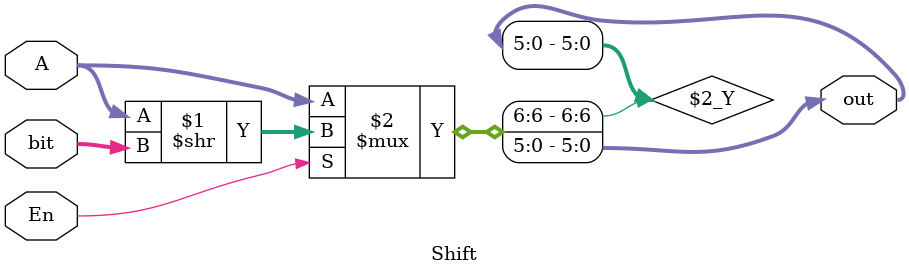
<source format=v>
module FpAdd(A, B, S);

    input [9:0] A; // 입력
    input [9:0] B; // 입력
    output [9:0] S; // 출력
    wire AIsBIg;  // 두 입력의 지수 중에서 A가 더 크다먼 1, B가 더 크다면 0을 출력한다.
    wire [3:0] diff; // 두 입력의 Exponent의 차이
    wire [5:0] Am; // 큰 지수에 맞추어 진 A의 mantissa 
    wire [5:0] Bm; // 큰 지수에 맞추어 진 A의 mantissa 
    wire [6:0] m_sum; // 큰 지수에 맞춘 후 더한 값이다. 크기가 1이 더 큰 이유는 ovf를 판별하기 위해서이다. 
    wire [6:0] Se1; // 만약 A가 더 클 경우 A의 지수에 맞추어 연산을 했으므로 mantissa에서 ovf가 발생하지 않으면 그대로 A의 지수, 발생하였다면 A의 지수 + 1이 된다. A의 지수가 B보다 작다면 0출력
    wire [6:0] Se2; // 만약 B가 더 클 경우 A의 지수에 맞추어 연산을 했으므로 mantissa에서 ovf가 발생하지 않으면 그대로 B의 지수, 발생하였다면 B의 지수 + 1이 된다. B의 지수가 A보다 작다면 0출력 
    wire [9:0]S_2; // 두 입력의 합이 최대치를 통과할 경우 한계를 정하기 위해 출력하기 전에 임시 공간을 만들었다.
    wire [2:0] ovf; // Exponent가 최대값을 넘게 될 경우를 판별하기 위해 만든 변수이다. 

    assign AIsBIg = A[9:6] > B[9:6];
    // A가 더 크다면 AIsBIg는 1, B가 더 크면 0이 된다. 
    assign diff = AIsBIg ? A[9:6] - B[9:6] : B[9:6] - A[9:6];
    // 두 입력중 최대 지수에 맞출 때 차이를 알아야 하는데 작은값에서 큰값을 빼면 원하는 값이 나오지 않으므로 큰값에서 작은값을 뺀다.
    Shift S1({1'b1, A[5:0]}, diff, ~AIsBIg, Am);
    // B가 더 클 때 A의 mantissa인 1.xxxxxx에서 diff만큼 Shift하여 자릿수를 맞춘다. A가 더 크다면 A의 mantissa가 그대로 출력된다.
    Shift S2({1'b1, B[5:0]}, diff, AIsBIg, Bm);
    // A가 더 클 때 B의 mantissa인 1.xxxxxx에서 diff만큼 Shift하여 자릿수를 맞춘다. B가 더 크다면 B의 mantissa가 그대로 출력된다.
    Adder A1(Am, Bm, 1'b1, m_sum);
    // 지수의 최대 자릿수에 맞춘 mantissa들을 더한다. EN이 1'b1이므로 더한 값이 출력된다.
    Adder A2({2'b0, A[9:6]}, {5'b0, m_sum[6]}, AIsBIg, Se1);
    // 만약 A가 더 클 때 mantissa에서의 계산에서 ovf가 발생한다면 이를 지수에 더해주어야 하며 결과는 Se1이다.
    Adder A3({2'b0, B[9:6]}, {5'b0, m_sum[6]}, ~AIsBIg, Se2);
    // 만약 B가 더 클 때 mantissa에서의 계산에서 ovf가 발생한다면 이를 지수에 더해주어야 하며 결과는 Se2이다.
    Adder A4(Se1[5:0], Se2[5:0], 1'b1, {ovf,S_2[9:6]});
    // adder모듈은 EN이 0이라면 0을 출력하고 아니라면 더한 값을 출력한다. A2는 A가 더 클때 덧셈연산이 이루어지며 아니라면 0이다.
    // A3는 B가 더 클때 덧셈연산이 이루어지며 아니라면 0이다. 
    // 이 둘을 더하면 A가 더 클경우에는 최대지수인 A에서 ovf를 고려한 결과, B가 더 크다면  최대지수인 B에서 ovf를 고려한 결과가 출력된다.
    Shift S3({1'b0, m_sum[5:0]}, {3'b000,m_sum[6]}, ~ovf[0], S_2[5:0]);
    // 마지막으로 ovf발생 시 지수에 1을 더하면서 mantiss의 자리를 맞춰주기 위해 Shift연산을 사용한다.
    assign S = ovf ? 10'b1111111111 : S_2;
    // 만약 ovf가 발생하여 합이 최대치를 넘겼다면 10'b1111111111을 출력하고 아니라면 정상적으로 출력하게 하였다. 
    

endmodule



module Adder(A, B, EN, C);  
    input [5:0] A;  
    input [5:0] B;
    output [6:0] C;
    input EN;  
    // Enable 입력을 만듬으로써 조건에 맞을 때 A와 B를 더하고 아니면 0이 출력되도록 하였다.
    assign C = EN ? A + B : 0;  

endmodule

module Shift(A, bit, En, out);
    input [6:0] A; // Shift연산의 대상
    input [3:0] bit; // Shift하려는 비트의 수
    input En;  // Enable 입력
    output [5:0]out;  // 출력
    // Enable이 0이면 그대로 출력하고 아니면 Shift연산을 한 값을 출력한다.
    assign out = En ? (A >> bit) : A;
 
endmodule
</source>
